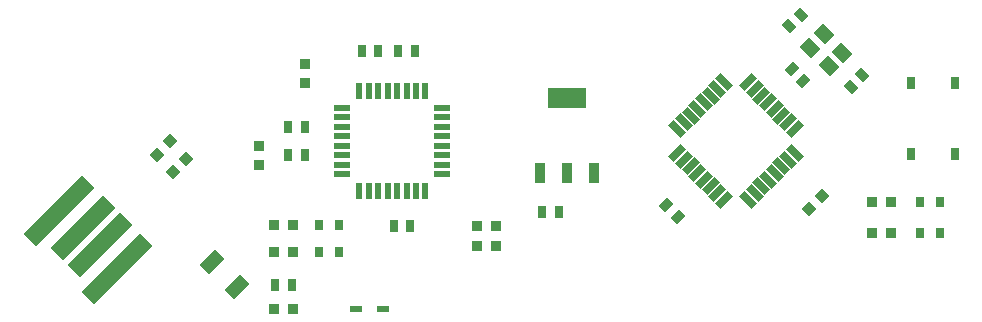
<source format=gtp>
G04 Layer_Color=8421504*
%FSLAX24Y24*%
%MOIN*%
G70*
G01*
G75*
G04:AMPARAMS|DCode=10|XSize=37.4mil|YSize=35.4mil|CornerRadius=0mil|HoleSize=0mil|Usage=FLASHONLY|Rotation=315.000|XOffset=0mil|YOffset=0mil|HoleType=Round|Shape=Rectangle|*
%AMROTATEDRECTD10*
4,1,4,-0.0258,0.0007,-0.0007,0.0258,0.0258,-0.0007,0.0007,-0.0258,-0.0258,0.0007,0.0*
%
%ADD10ROTATEDRECTD10*%

%ADD11R,0.0374X0.0354*%
%ADD12R,0.0354X0.0374*%
%ADD13R,0.0315X0.0374*%
%ADD14R,0.0307X0.0390*%
G04:AMPARAMS|DCode=15|XSize=275.6mil|YSize=59.1mil|CornerRadius=0mil|HoleSize=0mil|Usage=FLASHONLY|Rotation=45.000|XOffset=0mil|YOffset=0mil|HoleType=Round|Shape=Rectangle|*
%AMROTATEDRECTD15*
4,1,4,-0.0766,-0.1183,-0.1183,-0.0766,0.0766,0.1183,0.1183,0.0766,-0.0766,-0.1183,0.0*
%
%ADD15ROTATEDRECTD15*%

G04:AMPARAMS|DCode=16|XSize=246.1mil|YSize=59.1mil|CornerRadius=0mil|HoleSize=0mil|Usage=FLASHONLY|Rotation=45.000|XOffset=0mil|YOffset=0mil|HoleType=Round|Shape=Rectangle|*
%AMROTATEDRECTD16*
4,1,4,-0.0661,-0.1079,-0.1079,-0.0661,0.0661,0.1079,0.1079,0.0661,-0.0661,-0.1079,0.0*
%
%ADD16ROTATEDRECTD16*%

G04:AMPARAMS|DCode=17|XSize=55.1mil|YSize=45.3mil|CornerRadius=0mil|HoleSize=0mil|Usage=FLASHONLY|Rotation=135.000|XOffset=0mil|YOffset=0mil|HoleType=Round|Shape=Rectangle|*
%AMROTATEDRECTD17*
4,1,4,0.0355,-0.0035,0.0035,-0.0355,-0.0355,0.0035,-0.0035,0.0355,0.0355,-0.0035,0.0*
%
%ADD17ROTATEDRECTD17*%

G04:AMPARAMS|DCode=18|XSize=58.1mil|YSize=23.6mil|CornerRadius=0mil|HoleSize=0mil|Usage=FLASHONLY|Rotation=225.000|XOffset=0mil|YOffset=0mil|HoleType=Round|Shape=Rectangle|*
%AMROTATEDRECTD18*
4,1,4,0.0122,0.0289,0.0289,0.0122,-0.0122,-0.0289,-0.0289,-0.0122,0.0122,0.0289,0.0*
%
%ADD18ROTATEDRECTD18*%

G04:AMPARAMS|DCode=19|XSize=58.1mil|YSize=23.6mil|CornerRadius=0mil|HoleSize=0mil|Usage=FLASHONLY|Rotation=315.000|XOffset=0mil|YOffset=0mil|HoleType=Round|Shape=Rectangle|*
%AMROTATEDRECTD19*
4,1,4,-0.0289,0.0122,-0.0122,0.0289,0.0289,-0.0122,0.0122,-0.0289,-0.0289,0.0122,0.0*
%
%ADD19ROTATEDRECTD19*%

G04:AMPARAMS|DCode=20|XSize=39mil|YSize=30.7mil|CornerRadius=0mil|HoleSize=0mil|Usage=FLASHONLY|Rotation=225.000|XOffset=0mil|YOffset=0mil|HoleType=Round|Shape=Rectangle|*
%AMROTATEDRECTD20*
4,1,4,0.0029,0.0246,0.0246,0.0029,-0.0029,-0.0246,-0.0246,-0.0029,0.0029,0.0246,0.0*
%
%ADD20ROTATEDRECTD20*%

G04:AMPARAMS|DCode=21|XSize=39mil|YSize=30.7mil|CornerRadius=0mil|HoleSize=0mil|Usage=FLASHONLY|Rotation=315.000|XOffset=0mil|YOffset=0mil|HoleType=Round|Shape=Rectangle|*
%AMROTATEDRECTD21*
4,1,4,-0.0246,0.0029,-0.0029,0.0246,0.0246,-0.0029,0.0029,-0.0246,-0.0246,0.0029,0.0*
%
%ADD21ROTATEDRECTD21*%

G04:AMPARAMS|DCode=22|XSize=71.7mil|YSize=45.7mil|CornerRadius=0mil|HoleSize=0mil|Usage=FLASHONLY|Rotation=225.000|XOffset=0mil|YOffset=0mil|HoleType=Round|Shape=Rectangle|*
%AMROTATEDRECTD22*
4,1,4,0.0092,0.0415,0.0415,0.0092,-0.0092,-0.0415,-0.0415,-0.0092,0.0092,0.0415,0.0*
%
%ADD22ROTATEDRECTD22*%

%ADD23R,0.0581X0.0236*%
%ADD24R,0.0236X0.0581*%
%ADD25R,0.0433X0.0197*%
%ADD26R,0.0374X0.0689*%
%ADD27R,0.1260X0.0689*%
%ADD28R,0.0276X0.0394*%
D10*
X5774Y6325D02*
D03*
X5328Y5880D02*
D03*
X6325Y5735D02*
D03*
X5880Y5289D02*
D03*
X27506Y4514D02*
D03*
X27061Y4069D02*
D03*
D11*
X8740Y5551D02*
D03*
Y6181D02*
D03*
X10276Y8898D02*
D03*
Y8268D02*
D03*
D12*
X16654Y3504D02*
D03*
X16024D02*
D03*
X16654Y2835D02*
D03*
X16024D02*
D03*
X29803Y3268D02*
D03*
X29173D02*
D03*
X29803Y4291D02*
D03*
X29173D02*
D03*
X9882Y748D02*
D03*
X9252D02*
D03*
Y2638D02*
D03*
X9882D02*
D03*
X9252Y3543D02*
D03*
X9882D02*
D03*
D13*
X31437Y3268D02*
D03*
X30768D02*
D03*
X31437Y4291D02*
D03*
X30768D02*
D03*
X10728Y2638D02*
D03*
X11398D02*
D03*
X10728Y3543D02*
D03*
X11398D02*
D03*
D14*
X9724Y5866D02*
D03*
X10276D02*
D03*
X9724Y6811D02*
D03*
X10276D02*
D03*
X13386Y9331D02*
D03*
X13937D02*
D03*
X13780Y3504D02*
D03*
X13228D02*
D03*
X9291Y1535D02*
D03*
X9843D02*
D03*
X12165Y9331D02*
D03*
X12717D02*
D03*
X18189Y3976D02*
D03*
X18740D02*
D03*
D15*
X4022Y2068D02*
D03*
X2074Y4017D02*
D03*
D16*
X3431Y2868D02*
D03*
X2874Y3425D02*
D03*
D17*
X28184Y9282D02*
D03*
X27571Y9894D02*
D03*
X27126Y9449D02*
D03*
X27738Y8836D02*
D03*
D18*
X26605Y6739D02*
D03*
X26382Y6962D02*
D03*
X26160Y7184D02*
D03*
X25937Y7407D02*
D03*
X25714Y7630D02*
D03*
X25491Y7852D02*
D03*
X25269Y8075D02*
D03*
X25046Y8298D02*
D03*
X22686Y5938D02*
D03*
X22909Y5716D02*
D03*
X23132Y5493D02*
D03*
X23354Y5270D02*
D03*
X23577Y5047D02*
D03*
X23800Y4825D02*
D03*
X24023Y4602D02*
D03*
X24245Y4379D02*
D03*
D19*
Y8298D02*
D03*
X24023Y8075D02*
D03*
X23800Y7852D02*
D03*
X23577Y7630D02*
D03*
X23354Y7407D02*
D03*
X23132Y7184D02*
D03*
X22909Y6962D02*
D03*
X22686Y6739D02*
D03*
X25046Y4379D02*
D03*
X25269Y4602D02*
D03*
X25491Y4825D02*
D03*
X25714Y5047D02*
D03*
X25937Y5270D02*
D03*
X26160Y5493D02*
D03*
X26382Y5716D02*
D03*
X26605Y5938D02*
D03*
D20*
X26498Y8738D02*
D03*
X26888Y8348D02*
D03*
X22715Y3821D02*
D03*
X22325Y4211D02*
D03*
D21*
X28467Y8152D02*
D03*
X28856Y8541D02*
D03*
X26419Y10159D02*
D03*
X26809Y10549D02*
D03*
D22*
X7188Y2300D02*
D03*
X8009Y1479D02*
D03*
D23*
X11520Y7441D02*
D03*
Y7126D02*
D03*
Y6811D02*
D03*
Y6496D02*
D03*
Y6181D02*
D03*
Y5866D02*
D03*
Y5551D02*
D03*
Y5236D02*
D03*
X14857D02*
D03*
Y5551D02*
D03*
Y5866D02*
D03*
Y6181D02*
D03*
Y6496D02*
D03*
Y6811D02*
D03*
Y7126D02*
D03*
Y7441D02*
D03*
D24*
X12087Y4670D02*
D03*
X12402D02*
D03*
X12717D02*
D03*
X13031D02*
D03*
X13346D02*
D03*
X13661D02*
D03*
X13976D02*
D03*
X14291D02*
D03*
Y8007D02*
D03*
X13976D02*
D03*
X13661D02*
D03*
X13346D02*
D03*
X13031D02*
D03*
X12717D02*
D03*
X12402D02*
D03*
X12087D02*
D03*
D25*
X12894Y748D02*
D03*
X11988D02*
D03*
D26*
X18110Y5276D02*
D03*
X19016D02*
D03*
X19921D02*
D03*
D27*
X19016Y7756D02*
D03*
D28*
X30492Y5906D02*
D03*
Y8268D02*
D03*
X31949Y5906D02*
D03*
Y8268D02*
D03*
M02*

</source>
